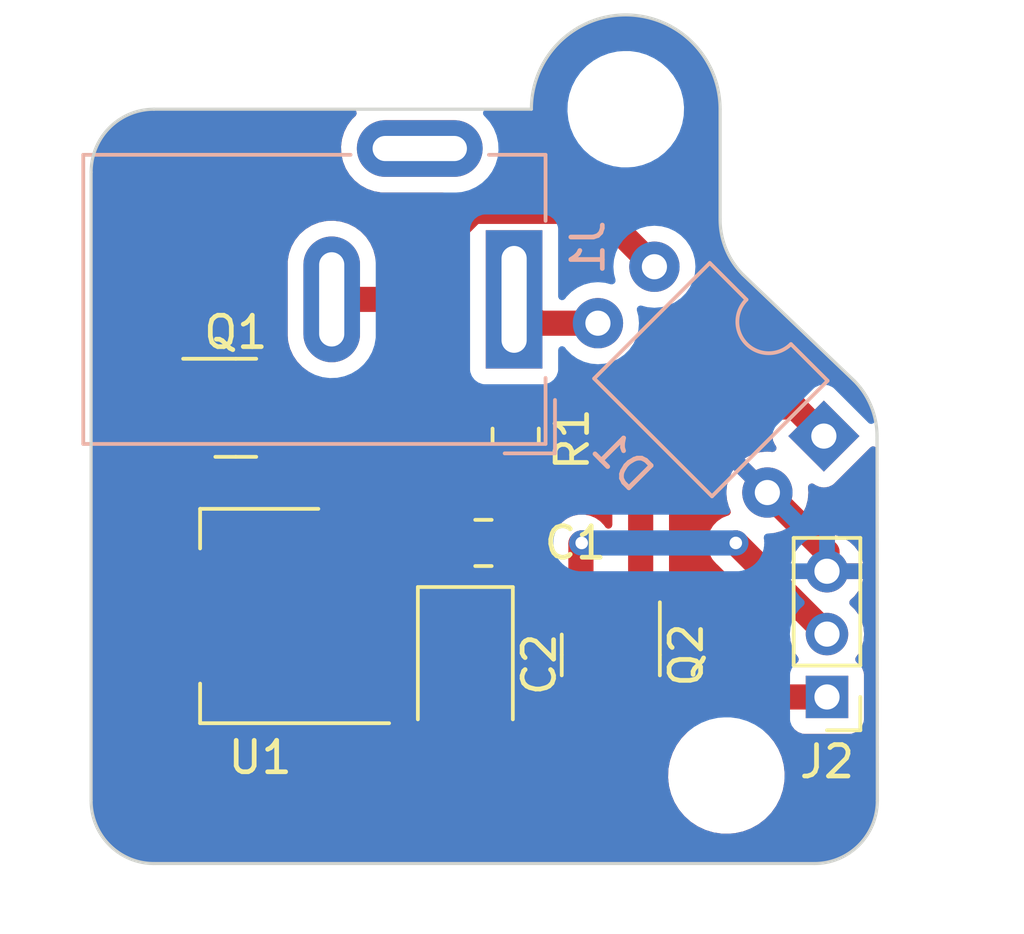
<source format=kicad_pcb>
(kicad_pcb (version 20221018) (generator pcbnew)
  (layers (0 "F.Cu" signal) (31 "B.Cu" signal) (34 "B.Paste" user) (35 "F.Paste" user) (36 "B.SilkS" user "B.Silkscreen") (37 "F.SilkS" user "F.Silkscreen") (38 "B.Mask" user) (39 "F.Mask" user) (44 "Edge.Cuts" user))
  (net 0 "")
  (net 1 "Net-(Q1-S)")
  (net 2 "GND")
  (net 3 "+5V")
  (net 4 "+9V")
  (net 5 "Net-(D1-Pad3)")
  (net 6 "Net-(D1-Pad4)")
  (net 7 "VBUS")
  (footprint "MountingHole:MountingHole_3.2mm_M3" (layer "F.Cu") (at 142.2 108.2)
    (fp_text reference "REF**" hide)
    (fp_text value "MountingHole_3.2mm_M3")
    (pad "" np_thru_hole circle (at 0 0) (size 3.2 3.2) (drill 3.2) (layers "*.Cu" "*.Mask"))
  )
  (footprint "Package_TO_SOT_SMD:SOT-223-3_TabPin2" (layer "F.Cu") (at 127.375 103.125 180)
    (fp_text reference "U1" (at 0 -4.5) (layer "F.SilkS"))
    (fp_text value "AMS1117-5.0")
    (fp_line (start -4.1 -3.41) (end 1.91 -3.41) (stroke (width 0.12)) (layer "F.SilkS"))
    (fp_line (start -1.85 3.41) (end 1.91 3.41) (stroke (width 0.12)) (layer "F.SilkS"))
    (fp_line (start 1.91 -3.41) (end 1.91 -2.15) (stroke (width 0.12)) (layer "F.SilkS"))
    (fp_line (start 1.91 3.41) (end 1.91 2.15) (stroke (width 0.12)) (layer "F.SilkS"))
    (pad "1" smd rect (at -3.15 -2.3 180) (size 2 1.5) (layers "F.Cu" "F.Paste" "F.Mask") (net 2 "GND"))
    (pad "2" smd rect (at -3.15 0 180) (size 2 1.5) (layers "F.Cu" "F.Paste" "F.Mask") (net 3 "+5V"))
    (pad "2" smd rect (at 3.15 0 180) (size 2 3.8) (layers "F.Cu" "F.Paste" "F.Mask") (net 3 "+5V"))
    (pad "3" smd rect (at -3.15 2.3 180) (size 2 1.5) (layers "F.Cu" "F.Paste" "F.Mask") (net 1 "Net-(Q1-S)"))
  )
  (footprint "MountingHole:MountingHole_3.2mm_M3" (layer "F.Cu") (at 139 87)
    (fp_text reference "REF**" hide)
    (fp_text value "MountingHole_3.2mm_M3")
    (pad "" np_thru_hole circle (at 0 0) (size 3.2 3.2) (drill 3.2) (layers "*.Cu" "*.Mask"))
  )
  (footprint "Package_TO_SOT_SMD:SOT-23" (layer "F.Cu") (at 138.525 104.3625 -90)
    (fp_text reference "Q2" (at 0 -2.4 90) (layer "F.SilkS"))
    (fp_text value "PMV65XP,215")
    (fp_line (start 0 -1.56) (end -1.675 -1.56) (stroke (width 0.12)) (layer "F.SilkS"))
    (fp_line (start 0 -1.56) (end 0.65 -1.56) (stroke (width 0.12)) (layer "F.SilkS"))
    (fp_line (start 0 1.56) (end -0.65 1.56) (stroke (width 0.12)) (layer "F.SilkS"))
    (fp_line (start 0 1.56) (end 0.65 1.56) (stroke (width 0.12)) (layer "F.SilkS"))
    (pad "1" smd roundrect (at -0.9375 -0.95 270) (size 1.475 0.6) (layers "F.Cu" "F.Paste" "F.Mask") (net 4 "+9V"))
    (pad "2" smd roundrect (at -0.9375 0.95 270) (size 1.475 0.6) (layers "F.Cu" "F.Paste" "F.Mask") (net 3 "+5V"))
    (pad "3" smd roundrect (at 0.9375 0 270) (size 1.475 0.6) (layers "F.Cu" "F.Paste" "F.Mask") (net 7 "VBUS"))
  )
  (footprint "Package_TO_SOT_SMD:SOT-23" (layer "F.Cu") (at 126.6 96.5)
    (fp_text reference "Q1" (at 0 -2.4) (layer "F.SilkS"))
    (fp_text value "PMV65XP,215")
    (fp_line (start 0 -1.56) (end -1.675 -1.56) (stroke (width 0.12)) (layer "F.SilkS"))
    (fp_line (start 0 -1.56) (end 0.65 -1.56) (stroke (width 0.12)) (layer "F.SilkS"))
    (fp_line (start 0 1.56) (end -0.65 1.56) (stroke (width 0.12)) (layer "F.SilkS"))
    (fp_line (start 0 1.56) (end 0.65 1.56) (stroke (width 0.12)) (layer "F.SilkS"))
    (pad "1" smd roundrect (at -0.9375 -0.95) (size 1.475 0.6) (layers "F.Cu" "F.Paste" "F.Mask") (net 3 "+5V"))
    (pad "2" smd roundrect (at -0.9375 0.95) (size 1.475 0.6) (layers "F.Cu" "F.Paste" "F.Mask") (net 1 "Net-(Q1-S)"))
    (pad "3" smd roundrect (at 0.9375 0) (size 1.475 0.6) (layers "F.Cu" "F.Paste" "F.Mask") (net 4 "+9V"))
  )
  (footprint "Capacitor_SMD:C_0805_2012Metric" (layer "F.Cu") (at 134.475 100.8)
    (fp_text reference "C1" (at 2.925 0) (layer "F.SilkS"))
    (fp_text value "10uF")
    (fp_line (start -0.261252 -0.735) (end 0.261252 -0.735) (stroke (width 0.12)) (layer "F.SilkS"))
    (fp_line (start -0.261252 0.735) (end 0.261252 0.735) (stroke (width 0.12)) (layer "F.SilkS"))
    (pad "1" smd roundrect (at -0.95 0) (size 1 1.45) (layers "F.Cu" "F.Paste" "F.Mask") (net 1 "Net-(Q1-S)"))
    (pad "2" smd roundrect (at 0.95 0) (size 1 1.45) (layers "F.Cu" "F.Paste" "F.Mask") (net 2 "GND"))
  )
  (footprint "Connector_PinHeader_2.00mm:PinHeader_1x03_P2.00mm_Vertical" (layer "F.Cu") (at 145.4 105.7 180)
    (fp_text reference "J2" (at 0 -2.06) (layer "F.SilkS"))
    (fp_text value "Conn_01x03_Pin")
    (fp_line (start -1.06 -1.06) (end 0 -1.06) (stroke (width 0.12)) (layer "F.SilkS"))
    (fp_line (start -1.06 0) (end -1.06 -1.06) (stroke (width 0.12)) (layer "F.SilkS"))
    (fp_line (start -1.06 1) (end -1.06 5.06) (stroke (width 0.12)) (layer "F.SilkS"))
    (fp_line (start -1.06 1) (end 1.06 1) (stroke (width 0.12)) (layer "F.SilkS"))
    (fp_line (start -1.06 5.06) (end 1.06 5.06) (stroke (width 0.12)) (layer "F.SilkS"))
    (fp_line (start 1.06 1) (end 1.06 5.06) (stroke (width 0.12)) (layer "F.SilkS"))
    (pad "1" thru_hole rect (at 0 0 180) (size 1.35 1.35) (drill 0.8) (layers "*.Cu" "*.Mask") (net 7 "VBUS"))
    (pad "2" thru_hole oval (at 0 2 180) (size 1.35 1.35) (drill 0.8) (layers "*.Cu" "*.Mask") (net 3 "+5V"))
    (pad "3" thru_hole oval (at 0 4 180) (size 1.35 1.35) (drill 0.8) (layers "*.Cu" "*.Mask") (net 2 "GND"))
  )
  (footprint "Capacitor_Tantalum_SMD:CP_EIA-3528-21_Kemet-B" (layer "F.Cu") (at 133.9 104.6625 -90)
    (fp_text reference "C2" (at 0 -2.35 -90) (layer "F.SilkS"))
    (fp_text value "22uF")
    (fp_line (start -2.46 -1.51) (end -2.46 1.51) (stroke (width 0.12)) (layer "F.SilkS"))
    (fp_line (start -2.46 1.51) (end 1.75 1.51) (stroke (width 0.12)) (layer "F.SilkS"))
    (fp_line (start 1.75 -1.51) (end -2.46 -1.51) (stroke (width 0.12)) (layer "F.SilkS"))
    (pad "1" smd roundrect (at -1.5375 0 270) (size 1.325 2.35) (layers "F.Cu" "F.Paste" "F.Mask") (roundrect_rratio 0.188679) (net 3 "+5V"))
    (pad "2" smd roundrect (at 1.5375 0 270) (size 1.325 2.35) (layers "F.Cu" "F.Paste" "F.Mask") (roundrect_rratio 0.188679) (net 2 "GND"))
  )
  (footprint "Resistor_SMD:R_0805_2012Metric" (layer "F.Cu") (at 135.5 97.3875 90)
    (fp_text reference "R1" (at -0.1125 1.8 90) (layer "F.SilkS"))
    (fp_text value "100K")
    (fp_line (start -0.227064 -0.735) (end 0.227064 -0.735) (stroke (width 0.12)) (layer "F.SilkS"))
    (fp_line (start -0.227064 0.735) (end 0.227064 0.735) (stroke (width 0.12)) (layer "F.SilkS"))
    (pad "1" smd roundrect (at -0.9125 0 90) (size 1.025 1.4) (layers "F.Cu" "F.Paste" "F.Mask") (roundrect_rratio 0.243902) (net 2 "GND"))
    (pad "2" smd roundrect (at 0.9125 0 90) (size 1.025 1.4) (layers "F.Cu" "F.Paste" "F.Mask") (roundrect_rratio 0.243902) (net 4 "+9V"))
  )
  (footprint "Package_DIP:DIP-4_W7.62mm" (layer "B.Cu") (at 145.3 97.4 135)
    (fp_text reference "D1" (at 3.959798 -5.091169 135) (layer "B.SilkS") (effects (justify mirror)))
    (fp_text value "D_Bridge_+-AA")
    (fp_line (start 1.16 -3.87) (end 6.46 -3.87) (stroke (width 0.12)) (layer "B.SilkS"))
    (fp_line (start 1.16 1.33) (end 1.16 -3.87) (stroke (width 0.12)) (layer "B.SilkS"))
    (fp_line (start 2.81 1.33) (end 1.16 1.33) (stroke (width 0.12)) (layer "B.SilkS"))
    (fp_line (start 6.46 -3.87) (end 6.46 1.33) (stroke (width 0.12)) (layer "B.SilkS"))
    (fp_line (start 6.46 1.33) (end 4.81 1.33) (stroke (width 0.12)) (layer "B.SilkS"))
    (fp_arc (start 2.81 1.33) (mid 3.81 0.33) (end 4.81 1.33) (stroke (width 0.12)) (layer "B.SilkS"))
    (pad "1" thru_hole rect (at 0 0 135) (size 1.6 1.6) (drill 0.8) (layers "*.Cu" "*.Mask") (net 4 "+9V"))
    (pad "2" thru_hole oval (at 0 -2.54 135) (size 1.6 1.6) (drill 0.8) (layers "*.Cu" "*.Mask") (net 2 "GND"))
    (pad "3" thru_hole oval (at 7.62 -2.54 135) (size 1.6 1.6) (drill 0.8) (layers "*.Cu" "*.Mask") (net 5 "Net-(D1-Pad3)"))
    (pad "4" thru_hole oval (at 7.62 0 135) (size 1.6 1.6) (drill 0.8) (layers "*.Cu" "*.Mask") (net 6 "Net-(D1-Pad4)"))
  )
  (footprint "Connector_BarrelJack:BarrelJack_Wuerth_6941xx301002" (layer "B.Cu") (at 135.45 93.05 90)
    (fp_text reference "J1" (at 1.65 2.35 270) (layer "B.SilkS") (effects (justify mirror)))
    (fp_text value "Barrel_Jack")
    (fp_line (start -4.9 1.3) (end -4.9 -0.3) (stroke (width 0.12)) (layer "B.SilkS"))
    (fp_line (start -4.6 -13.7) (end -4.6 1) (stroke (width 0.12)) (layer "B.SilkS"))
    (fp_line (start -4.6 1) (end -2.5 1) (stroke (width 0.12)) (layer "B.SilkS"))
    (fp_line (start -3.2 1.3) (end -4.9 1.3) (stroke (width 0.12)) (layer "B.SilkS"))
    (fp_line (start 2.5 1) (end 4.6 1) (stroke (width 0.12)) (layer "B.SilkS"))
    (fp_line (start 4.6 -13.7) (end -4.6 -13.7) (stroke (width 0.12)) (layer "B.SilkS"))
    (fp_line (start 4.6 -5.2) (end 4.6 -13.7) (stroke (width 0.12)) (layer "B.SilkS"))
    (fp_line (start 4.6 1) (end 4.6 -0.8) (stroke (width 0.12)) (layer "B.SilkS"))
    (pad "1" thru_hole rect (at 0 0 90) (size 4.4 1.8) (drill oval 3.4 0.8) (layers "*.Cu" "*.Mask") (net 5 "Net-(D1-Pad3)"))
    (pad "2" thru_hole oval (at 0 -5.8 90) (size 4 1.8) (drill oval 3 0.8) (layers "*.Cu" "*.Mask") (net 6 "Net-(D1-Pad4)"))
    (pad "3" thru_hole oval (at 4.8 -3) (size 4 1.8) (drill oval 3 0.8) (layers "*.Cu" "*.Mask"))
  )
  (gr_line (start 145 111) (end 124 111) (stroke (width 0.1)) (layer "Edge.Cuts"))
  (gr_line (start 142 87) (end 142 90.5) (stroke (width 0.1)) (layer "Edge.Cuts"))
  (gr_line (start 124 87) (end 136 87) (stroke (width 0.1)) (layer "Edge.Cuts"))
  (gr_arc (start 122 89) (mid 122.585786 87.585786) (end 124 87) (stroke (width 0.1)) (layer "Edge.Cuts"))
  (gr_arc (start 136 87) (mid 139 84) (end 142 87) (stroke (width 0.1)) (layer "Edge.Cuts"))
  (gr_line (start 146.990301 97.400009) (end 147 109) (stroke (width 0.1)) (layer "Edge.Cuts"))
  (gr_arc (start 124 111) (mid 122.585786 110.414214) (end 122 109) (stroke (width 0.1)) (layer "Edge.Cuts"))
  (gr_arc (start 142.732233 92.267767) (mid 142.190301 91.456709) (end 142 90.5) (stroke (width 0.1)) (layer "Edge.Cuts"))
  (gr_line (start 142.732233 92.267767) (end 146.258068 95.632242) (stroke (width 0.1)) (layer "Edge.Cuts"))
  (gr_line (start 122 109) (end 122 89) (stroke (width 0.1)) (layer "Edge.Cuts"))
  (gr_arc (start 147 109) (mid 146.414214 110.414214) (end 145 111) (stroke (width 0.1)) (layer "Edge.Cuts"))
  (gr_arc (start 146.258068 95.632242) (mid 146.799997 96.443301) (end 146.990301 97.400009) (stroke (width 0.1)) (layer "Edge.Cuts"))
  (segment (start 130.55 100.8) (end 130.525 100.825) (width 0.8) (layer "F.Cu") (net 1))
  (segment (start 130.525 100.825) (end 128.6 100.825) (width 0.8) (layer "F.Cu") (net 1))
  (segment (start 128.6 100.825) (end 125.6625 97.8875) (width 0.8) (layer "F.Cu") (net 1))
  (segment (start 133.525 100.8) (end 130.55 100.8) (width 0.8) (layer "F.Cu") (net 1))
  (segment (start 125.6625 97.8875) (end 125.6625 97.45) (width 0.8) (layer "F.Cu") (net 1))
  (segment (start 135.425 100.8) (end 135.425 98.375) (width 0.8) (layer "F.Cu") (net 2))
  (segment (start 135.425 98.375) (end 135.5 98.3) (width 0.8) (layer "F.Cu") (net 2))
  (segment (start 133.125 105.425) (end 133.9 106.2) (width 0.8) (layer "F.Cu") (net 2))
  (segment (start 145.4 101.092102) (end 143.503949 99.196051) (width 0.8) (layer "F.Cu") (net 2))
  (segment (start 145.4 101.7) (end 145.4 101.092102) (width 0.8) (layer "F.Cu") (net 2))
  (segment (start 130.525 105.425) (end 133.125 105.425) (width 0.8) (layer "F.Cu") (net 2))
  (segment (start 124.225 103.125) (end 130.525 103.125) (width 0.8) (layer "F.Cu") (net 3))
  (segment (start 130.525 103.125) (end 133.9 103.125) (width 0.8) (layer "F.Cu") (net 3))
  (segment (start 142.5 100.8) (end 145.4 103.7) (width 0.8) (layer "F.Cu") (net 3))
  (segment (start 137.6 100.8) (end 137.575 100.825) (width 0.8) (layer "F.Cu") (net 3))
  (segment (start 137.575 100.825) (end 137.575 103.425) (width 0.8) (layer "F.Cu") (net 3))
  (segment (start 137.275 103.125) (end 137.575 103.425) (width 0.8) (layer "F.Cu") (net 3))
  (segment (start 125.6625 95.55) (end 124.225 96.9875) (width 0.8) (layer "F.Cu") (net 3))
  (segment (start 124.225 96.9875) (end 124.225 103.125) (width 0.8) (layer "F.Cu") (net 3))
  (segment (start 133.9 103.125) (end 137.275 103.125) (width 0.8) (layer "F.Cu") (net 3))
  (via (at 142.5 100.8) (size 0.8) (drill 0.4) (layers "F.Cu" "B.Cu") (net 3))
  (via (at 137.6 100.8) (size 0.8) (drill 0.4) (layers "F.Cu" "B.Cu") (net 3))
  (segment (start 142.5 100.8) (end 137.6 100.8) (width 0.8) (layer "B.Cu") (net 3))
  (segment (start 145.3 97.4) (end 144.375 96.475) (width 0.8) (layer "F.Cu") (net 4))
  (segment (start 127.5375 96.5) (end 135.475 96.5) (width 0.8) (layer "F.Cu") (net 4))
  (segment (start 135.5 96.475) (end 139.1 96.475) (width 0.8) (layer "F.Cu") (net 4))
  (segment (start 144.375 96.475) (end 139.1 96.475) (width 0.8) (layer "F.Cu") (net 4))
  (segment (start 139.475 96.85) (end 139.1 96.475) (width 0.8) (layer "F.Cu") (net 4))
  (segment (start 135.475 96.5) (end 135.5 96.475) (width 0.8) (layer "F.Cu") (net 4))
  (segment (start 139.475 103.425) (end 139.475 96.85) (width 0.8) (layer "F.Cu") (net 4))
  (segment (start 138.115795 93.807898) (end 136.207898 93.807898) (width 0.8) (layer "F.Cu") (net 5))
  (segment (start 136.207898 93.807898) (end 135.45 93.05) (width 0.8) (layer "F.Cu") (net 5))
  (segment (start 129.65 93.05) (end 131.35 93.05) (width 0.8) (layer "F.Cu") (net 6))
  (segment (start 138.15 90.25) (end 139.911846 92.011846) (width 0.8) (layer "F.Cu") (net 6))
  (segment (start 134.15 90.25) (end 138.15 90.25) (width 0.8) (layer "F.Cu") (net 6))
  (segment (start 131.35 93.05) (end 134.15 90.25) (width 0.8) (layer "F.Cu") (net 6))
  (segment (start 138.925 105.7) (end 138.525 105.3) (width 0.8) (layer "F.Cu") (net 7))
  (segment (start 145.4 105.7) (end 138.925 105.7) (width 0.8) (layer "F.Cu") (net 7))
  (zone (net 2) (net_name "GND") (layers "F&B.Cu") (connect_pads (clearance 0.5)) (min_thickness 0.25) (fill yes (thermal_gap 0.5) (thermal_bridge_width 0.5))
    (polygon (pts (xy 121.2 83.6) (xy 148 83.6) (xy 148 111.4) (xy 121.2 111.4)))
  )
)
</source>
